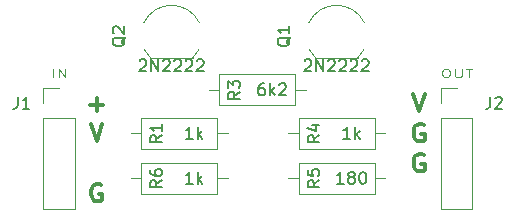
<source format=gto>
G04 #@! TF.FileFunction,Legend,Top*
%FSLAX46Y46*%
G04 Gerber Fmt 4.6, Leading zero omitted, Abs format (unit mm)*
G04 Created by KiCad (PCBNEW 4.0.7) date 01/13/19 00:03:42*
%MOMM*%
%LPD*%
G01*
G04 APERTURE LIST*
%ADD10C,0.100000*%
%ADD11C,0.300000*%
%ADD12C,0.120000*%
%ADD13C,0.150000*%
G04 APERTURE END LIST*
D10*
X113776191Y-133031667D02*
X113776191Y-132331667D01*
X114252381Y-133031667D02*
X114252381Y-132331667D01*
X114823810Y-133031667D01*
X114823810Y-132331667D01*
X146955000Y-132331667D02*
X147145477Y-132331667D01*
X147240715Y-132365000D01*
X147335953Y-132431667D01*
X147383572Y-132565000D01*
X147383572Y-132798333D01*
X147335953Y-132931667D01*
X147240715Y-132998333D01*
X147145477Y-133031667D01*
X146955000Y-133031667D01*
X146859762Y-132998333D01*
X146764524Y-132931667D01*
X146716905Y-132798333D01*
X146716905Y-132565000D01*
X146764524Y-132431667D01*
X146859762Y-132365000D01*
X146955000Y-132331667D01*
X147812143Y-132331667D02*
X147812143Y-132898333D01*
X147859762Y-132965000D01*
X147907381Y-132998333D01*
X148002619Y-133031667D01*
X148193096Y-133031667D01*
X148288334Y-132998333D01*
X148335953Y-132965000D01*
X148383572Y-132898333D01*
X148383572Y-132331667D01*
X148716905Y-132331667D02*
X149288334Y-132331667D01*
X149002619Y-133031667D02*
X149002619Y-132331667D01*
D11*
X116903572Y-135362143D02*
X118046429Y-135362143D01*
X117475000Y-135933571D02*
X117475000Y-134790714D01*
X117867857Y-142125000D02*
X117725000Y-142053571D01*
X117510714Y-142053571D01*
X117296429Y-142125000D01*
X117153571Y-142267857D01*
X117082143Y-142410714D01*
X117010714Y-142696429D01*
X117010714Y-142910714D01*
X117082143Y-143196429D01*
X117153571Y-143339286D01*
X117296429Y-143482143D01*
X117510714Y-143553571D01*
X117653571Y-143553571D01*
X117867857Y-143482143D01*
X117939286Y-143410714D01*
X117939286Y-142910714D01*
X117653571Y-142910714D01*
X116975000Y-136973571D02*
X117475000Y-138473571D01*
X117975000Y-136973571D01*
X145172857Y-139585000D02*
X145030000Y-139513571D01*
X144815714Y-139513571D01*
X144601429Y-139585000D01*
X144458571Y-139727857D01*
X144387143Y-139870714D01*
X144315714Y-140156429D01*
X144315714Y-140370714D01*
X144387143Y-140656429D01*
X144458571Y-140799286D01*
X144601429Y-140942143D01*
X144815714Y-141013571D01*
X144958571Y-141013571D01*
X145172857Y-140942143D01*
X145244286Y-140870714D01*
X145244286Y-140370714D01*
X144958571Y-140370714D01*
X145172857Y-137045000D02*
X145030000Y-136973571D01*
X144815714Y-136973571D01*
X144601429Y-137045000D01*
X144458571Y-137187857D01*
X144387143Y-137330714D01*
X144315714Y-137616429D01*
X144315714Y-137830714D01*
X144387143Y-138116429D01*
X144458571Y-138259286D01*
X144601429Y-138402143D01*
X144815714Y-138473571D01*
X144958571Y-138473571D01*
X145172857Y-138402143D01*
X145244286Y-138330714D01*
X145244286Y-137830714D01*
X144958571Y-137830714D01*
X144280000Y-134433571D02*
X144780000Y-135933571D01*
X145280000Y-134433571D01*
D12*
X112970000Y-144205000D02*
X115630000Y-144205000D01*
X112970000Y-136525000D02*
X112970000Y-144205000D01*
X115630000Y-136525000D02*
X115630000Y-144205000D01*
X112970000Y-136525000D02*
X115630000Y-136525000D01*
X112970000Y-135255000D02*
X112970000Y-133925000D01*
X112970000Y-133925000D02*
X114300000Y-133925000D01*
X146625000Y-144205000D02*
X149285000Y-144205000D01*
X146625000Y-136525000D02*
X146625000Y-144205000D01*
X149285000Y-136525000D02*
X149285000Y-144205000D01*
X146625000Y-136525000D02*
X149285000Y-136525000D01*
X146625000Y-135255000D02*
X146625000Y-133925000D01*
X146625000Y-133925000D02*
X147955000Y-133925000D01*
X135995000Y-131390000D02*
X139595000Y-131390000D01*
X135470816Y-130662795D02*
G75*
G03X135995000Y-131390000I2324184J1122795D01*
G01*
X135438600Y-128441193D02*
G75*
G02X137795000Y-126940000I2356400J-1098807D01*
G01*
X140151400Y-128441193D02*
G75*
G03X137795000Y-126940000I-2356400J-1098807D01*
G01*
X140119184Y-130662795D02*
G75*
G02X139595000Y-131390000I-2324184J1122795D01*
G01*
X122025000Y-131390000D02*
X125625000Y-131390000D01*
X121500816Y-130662795D02*
G75*
G03X122025000Y-131390000I2324184J1122795D01*
G01*
X121468600Y-128441193D02*
G75*
G02X123825000Y-126940000I2356400J-1098807D01*
G01*
X126181400Y-128441193D02*
G75*
G03X123825000Y-126940000I-2356400J-1098807D01*
G01*
X126149184Y-130662795D02*
G75*
G02X125625000Y-131390000I-2324184J1122795D01*
G01*
X127670000Y-139105000D02*
X127670000Y-136485000D01*
X127670000Y-136485000D02*
X121250000Y-136485000D01*
X121250000Y-136485000D02*
X121250000Y-139105000D01*
X121250000Y-139105000D02*
X127670000Y-139105000D01*
X128560000Y-137795000D02*
X127670000Y-137795000D01*
X120360000Y-137795000D02*
X121250000Y-137795000D01*
X134274000Y-135422000D02*
X134274000Y-132802000D01*
X134274000Y-132802000D02*
X127854000Y-132802000D01*
X127854000Y-132802000D02*
X127854000Y-135422000D01*
X127854000Y-135422000D02*
X134274000Y-135422000D01*
X135164000Y-134112000D02*
X134274000Y-134112000D01*
X126964000Y-134112000D02*
X127854000Y-134112000D01*
X141005000Y-139105000D02*
X141005000Y-136485000D01*
X141005000Y-136485000D02*
X134585000Y-136485000D01*
X134585000Y-136485000D02*
X134585000Y-139105000D01*
X134585000Y-139105000D02*
X141005000Y-139105000D01*
X141895000Y-137795000D02*
X141005000Y-137795000D01*
X133695000Y-137795000D02*
X134585000Y-137795000D01*
X141005000Y-142915000D02*
X141005000Y-140295000D01*
X141005000Y-140295000D02*
X134585000Y-140295000D01*
X134585000Y-140295000D02*
X134585000Y-142915000D01*
X134585000Y-142915000D02*
X141005000Y-142915000D01*
X141895000Y-141605000D02*
X141005000Y-141605000D01*
X133695000Y-141605000D02*
X134585000Y-141605000D01*
X127670000Y-142915000D02*
X127670000Y-140295000D01*
X127670000Y-140295000D02*
X121250000Y-140295000D01*
X121250000Y-140295000D02*
X121250000Y-142915000D01*
X121250000Y-142915000D02*
X127670000Y-142915000D01*
X128560000Y-141605000D02*
X127670000Y-141605000D01*
X120360000Y-141605000D02*
X121250000Y-141605000D01*
D13*
X110791667Y-134707381D02*
X110791667Y-135421667D01*
X110744047Y-135564524D01*
X110648809Y-135659762D01*
X110505952Y-135707381D01*
X110410714Y-135707381D01*
X111791667Y-135707381D02*
X111220238Y-135707381D01*
X111505952Y-135707381D02*
X111505952Y-134707381D01*
X111410714Y-134850238D01*
X111315476Y-134945476D01*
X111220238Y-134993095D01*
X150796667Y-134707381D02*
X150796667Y-135421667D01*
X150749047Y-135564524D01*
X150653809Y-135659762D01*
X150510952Y-135707381D01*
X150415714Y-135707381D01*
X151225238Y-134802619D02*
X151272857Y-134755000D01*
X151368095Y-134707381D01*
X151606191Y-134707381D01*
X151701429Y-134755000D01*
X151749048Y-134802619D01*
X151796667Y-134897857D01*
X151796667Y-134993095D01*
X151749048Y-135135952D01*
X151177619Y-135707381D01*
X151796667Y-135707381D01*
X133897619Y-129635238D02*
X133850000Y-129730476D01*
X133754762Y-129825714D01*
X133611905Y-129968571D01*
X133564286Y-130063810D01*
X133564286Y-130159048D01*
X133802381Y-130111429D02*
X133754762Y-130206667D01*
X133659524Y-130301905D01*
X133469048Y-130349524D01*
X133135714Y-130349524D01*
X132945238Y-130301905D01*
X132850000Y-130206667D01*
X132802381Y-130111429D01*
X132802381Y-129920952D01*
X132850000Y-129825714D01*
X132945238Y-129730476D01*
X133135714Y-129682857D01*
X133469048Y-129682857D01*
X133659524Y-129730476D01*
X133754762Y-129825714D01*
X133802381Y-129920952D01*
X133802381Y-130111429D01*
X133802381Y-128730476D02*
X133802381Y-129301905D01*
X133802381Y-129016191D02*
X132802381Y-129016191D01*
X132945238Y-129111429D01*
X133040476Y-129206667D01*
X133088095Y-129301905D01*
X135080714Y-131627619D02*
X135128333Y-131580000D01*
X135223571Y-131532381D01*
X135461667Y-131532381D01*
X135556905Y-131580000D01*
X135604524Y-131627619D01*
X135652143Y-131722857D01*
X135652143Y-131818095D01*
X135604524Y-131960952D01*
X135033095Y-132532381D01*
X135652143Y-132532381D01*
X136080714Y-132532381D02*
X136080714Y-131532381D01*
X136652143Y-132532381D01*
X136652143Y-131532381D01*
X137080714Y-131627619D02*
X137128333Y-131580000D01*
X137223571Y-131532381D01*
X137461667Y-131532381D01*
X137556905Y-131580000D01*
X137604524Y-131627619D01*
X137652143Y-131722857D01*
X137652143Y-131818095D01*
X137604524Y-131960952D01*
X137033095Y-132532381D01*
X137652143Y-132532381D01*
X138033095Y-131627619D02*
X138080714Y-131580000D01*
X138175952Y-131532381D01*
X138414048Y-131532381D01*
X138509286Y-131580000D01*
X138556905Y-131627619D01*
X138604524Y-131722857D01*
X138604524Y-131818095D01*
X138556905Y-131960952D01*
X137985476Y-132532381D01*
X138604524Y-132532381D01*
X138985476Y-131627619D02*
X139033095Y-131580000D01*
X139128333Y-131532381D01*
X139366429Y-131532381D01*
X139461667Y-131580000D01*
X139509286Y-131627619D01*
X139556905Y-131722857D01*
X139556905Y-131818095D01*
X139509286Y-131960952D01*
X138937857Y-132532381D01*
X139556905Y-132532381D01*
X139937857Y-131627619D02*
X139985476Y-131580000D01*
X140080714Y-131532381D01*
X140318810Y-131532381D01*
X140414048Y-131580000D01*
X140461667Y-131627619D01*
X140509286Y-131722857D01*
X140509286Y-131818095D01*
X140461667Y-131960952D01*
X139890238Y-132532381D01*
X140509286Y-132532381D01*
X119927619Y-129635238D02*
X119880000Y-129730476D01*
X119784762Y-129825714D01*
X119641905Y-129968571D01*
X119594286Y-130063810D01*
X119594286Y-130159048D01*
X119832381Y-130111429D02*
X119784762Y-130206667D01*
X119689524Y-130301905D01*
X119499048Y-130349524D01*
X119165714Y-130349524D01*
X118975238Y-130301905D01*
X118880000Y-130206667D01*
X118832381Y-130111429D01*
X118832381Y-129920952D01*
X118880000Y-129825714D01*
X118975238Y-129730476D01*
X119165714Y-129682857D01*
X119499048Y-129682857D01*
X119689524Y-129730476D01*
X119784762Y-129825714D01*
X119832381Y-129920952D01*
X119832381Y-130111429D01*
X118927619Y-129301905D02*
X118880000Y-129254286D01*
X118832381Y-129159048D01*
X118832381Y-128920952D01*
X118880000Y-128825714D01*
X118927619Y-128778095D01*
X119022857Y-128730476D01*
X119118095Y-128730476D01*
X119260952Y-128778095D01*
X119832381Y-129349524D01*
X119832381Y-128730476D01*
X121110714Y-131627619D02*
X121158333Y-131580000D01*
X121253571Y-131532381D01*
X121491667Y-131532381D01*
X121586905Y-131580000D01*
X121634524Y-131627619D01*
X121682143Y-131722857D01*
X121682143Y-131818095D01*
X121634524Y-131960952D01*
X121063095Y-132532381D01*
X121682143Y-132532381D01*
X122110714Y-132532381D02*
X122110714Y-131532381D01*
X122682143Y-132532381D01*
X122682143Y-131532381D01*
X123110714Y-131627619D02*
X123158333Y-131580000D01*
X123253571Y-131532381D01*
X123491667Y-131532381D01*
X123586905Y-131580000D01*
X123634524Y-131627619D01*
X123682143Y-131722857D01*
X123682143Y-131818095D01*
X123634524Y-131960952D01*
X123063095Y-132532381D01*
X123682143Y-132532381D01*
X124063095Y-131627619D02*
X124110714Y-131580000D01*
X124205952Y-131532381D01*
X124444048Y-131532381D01*
X124539286Y-131580000D01*
X124586905Y-131627619D01*
X124634524Y-131722857D01*
X124634524Y-131818095D01*
X124586905Y-131960952D01*
X124015476Y-132532381D01*
X124634524Y-132532381D01*
X125015476Y-131627619D02*
X125063095Y-131580000D01*
X125158333Y-131532381D01*
X125396429Y-131532381D01*
X125491667Y-131580000D01*
X125539286Y-131627619D01*
X125586905Y-131722857D01*
X125586905Y-131818095D01*
X125539286Y-131960952D01*
X124967857Y-132532381D01*
X125586905Y-132532381D01*
X125967857Y-131627619D02*
X126015476Y-131580000D01*
X126110714Y-131532381D01*
X126348810Y-131532381D01*
X126444048Y-131580000D01*
X126491667Y-131627619D01*
X126539286Y-131722857D01*
X126539286Y-131818095D01*
X126491667Y-131960952D01*
X125920238Y-132532381D01*
X126539286Y-132532381D01*
X123007381Y-137961666D02*
X122531190Y-138295000D01*
X123007381Y-138533095D02*
X122007381Y-138533095D01*
X122007381Y-138152142D01*
X122055000Y-138056904D01*
X122102619Y-138009285D01*
X122197857Y-137961666D01*
X122340714Y-137961666D01*
X122435952Y-138009285D01*
X122483571Y-138056904D01*
X122531190Y-138152142D01*
X122531190Y-138533095D01*
X123007381Y-137009285D02*
X123007381Y-137580714D01*
X123007381Y-137295000D02*
X122007381Y-137295000D01*
X122150238Y-137390238D01*
X122245476Y-137485476D01*
X122293095Y-137580714D01*
X125610953Y-138247381D02*
X125039524Y-138247381D01*
X125325238Y-138247381D02*
X125325238Y-137247381D01*
X125230000Y-137390238D01*
X125134762Y-137485476D01*
X125039524Y-137533095D01*
X126039524Y-138247381D02*
X126039524Y-137247381D01*
X126134762Y-137866429D02*
X126420477Y-138247381D01*
X126420477Y-137580714D02*
X126039524Y-137961667D01*
X129611381Y-134278666D02*
X129135190Y-134612000D01*
X129611381Y-134850095D02*
X128611381Y-134850095D01*
X128611381Y-134469142D01*
X128659000Y-134373904D01*
X128706619Y-134326285D01*
X128801857Y-134278666D01*
X128944714Y-134278666D01*
X129039952Y-134326285D01*
X129087571Y-134373904D01*
X129135190Y-134469142D01*
X129135190Y-134850095D01*
X128611381Y-133945333D02*
X128611381Y-133326285D01*
X128992333Y-133659619D01*
X128992333Y-133516761D01*
X129039952Y-133421523D01*
X129087571Y-133373904D01*
X129182810Y-133326285D01*
X129420905Y-133326285D01*
X129516143Y-133373904D01*
X129563762Y-133421523D01*
X129611381Y-133516761D01*
X129611381Y-133802476D01*
X129563762Y-133897714D01*
X129516143Y-133945333D01*
X131643524Y-133564381D02*
X131453047Y-133564381D01*
X131357809Y-133612000D01*
X131310190Y-133659619D01*
X131214952Y-133802476D01*
X131167333Y-133992952D01*
X131167333Y-134373905D01*
X131214952Y-134469143D01*
X131262571Y-134516762D01*
X131357809Y-134564381D01*
X131548286Y-134564381D01*
X131643524Y-134516762D01*
X131691143Y-134469143D01*
X131738762Y-134373905D01*
X131738762Y-134135810D01*
X131691143Y-134040571D01*
X131643524Y-133992952D01*
X131548286Y-133945333D01*
X131357809Y-133945333D01*
X131262571Y-133992952D01*
X131214952Y-134040571D01*
X131167333Y-134135810D01*
X132167333Y-134564381D02*
X132167333Y-133564381D01*
X132262571Y-134183429D02*
X132548286Y-134564381D01*
X132548286Y-133897714D02*
X132167333Y-134278667D01*
X132929238Y-133659619D02*
X132976857Y-133612000D01*
X133072095Y-133564381D01*
X133310191Y-133564381D01*
X133405429Y-133612000D01*
X133453048Y-133659619D01*
X133500667Y-133754857D01*
X133500667Y-133850095D01*
X133453048Y-133992952D01*
X132881619Y-134564381D01*
X133500667Y-134564381D01*
X136342381Y-137961666D02*
X135866190Y-138295000D01*
X136342381Y-138533095D02*
X135342381Y-138533095D01*
X135342381Y-138152142D01*
X135390000Y-138056904D01*
X135437619Y-138009285D01*
X135532857Y-137961666D01*
X135675714Y-137961666D01*
X135770952Y-138009285D01*
X135818571Y-138056904D01*
X135866190Y-138152142D01*
X135866190Y-138533095D01*
X135675714Y-137104523D02*
X136342381Y-137104523D01*
X135294762Y-137342619D02*
X136009048Y-137580714D01*
X136009048Y-136961666D01*
X138945953Y-138247381D02*
X138374524Y-138247381D01*
X138660238Y-138247381D02*
X138660238Y-137247381D01*
X138565000Y-137390238D01*
X138469762Y-137485476D01*
X138374524Y-137533095D01*
X139374524Y-138247381D02*
X139374524Y-137247381D01*
X139469762Y-137866429D02*
X139755477Y-138247381D01*
X139755477Y-137580714D02*
X139374524Y-137961667D01*
X136342381Y-141771666D02*
X135866190Y-142105000D01*
X136342381Y-142343095D02*
X135342381Y-142343095D01*
X135342381Y-141962142D01*
X135390000Y-141866904D01*
X135437619Y-141819285D01*
X135532857Y-141771666D01*
X135675714Y-141771666D01*
X135770952Y-141819285D01*
X135818571Y-141866904D01*
X135866190Y-141962142D01*
X135866190Y-142343095D01*
X135342381Y-140866904D02*
X135342381Y-141343095D01*
X135818571Y-141390714D01*
X135770952Y-141343095D01*
X135723333Y-141247857D01*
X135723333Y-141009761D01*
X135770952Y-140914523D01*
X135818571Y-140866904D01*
X135913810Y-140819285D01*
X136151905Y-140819285D01*
X136247143Y-140866904D01*
X136294762Y-140914523D01*
X136342381Y-141009761D01*
X136342381Y-141247857D01*
X136294762Y-141343095D01*
X136247143Y-141390714D01*
X138398334Y-142057381D02*
X137826905Y-142057381D01*
X138112619Y-142057381D02*
X138112619Y-141057381D01*
X138017381Y-141200238D01*
X137922143Y-141295476D01*
X137826905Y-141343095D01*
X138969762Y-141485952D02*
X138874524Y-141438333D01*
X138826905Y-141390714D01*
X138779286Y-141295476D01*
X138779286Y-141247857D01*
X138826905Y-141152619D01*
X138874524Y-141105000D01*
X138969762Y-141057381D01*
X139160239Y-141057381D01*
X139255477Y-141105000D01*
X139303096Y-141152619D01*
X139350715Y-141247857D01*
X139350715Y-141295476D01*
X139303096Y-141390714D01*
X139255477Y-141438333D01*
X139160239Y-141485952D01*
X138969762Y-141485952D01*
X138874524Y-141533571D01*
X138826905Y-141581190D01*
X138779286Y-141676429D01*
X138779286Y-141866905D01*
X138826905Y-141962143D01*
X138874524Y-142009762D01*
X138969762Y-142057381D01*
X139160239Y-142057381D01*
X139255477Y-142009762D01*
X139303096Y-141962143D01*
X139350715Y-141866905D01*
X139350715Y-141676429D01*
X139303096Y-141581190D01*
X139255477Y-141533571D01*
X139160239Y-141485952D01*
X139969762Y-141057381D02*
X140065001Y-141057381D01*
X140160239Y-141105000D01*
X140207858Y-141152619D01*
X140255477Y-141247857D01*
X140303096Y-141438333D01*
X140303096Y-141676429D01*
X140255477Y-141866905D01*
X140207858Y-141962143D01*
X140160239Y-142009762D01*
X140065001Y-142057381D01*
X139969762Y-142057381D01*
X139874524Y-142009762D01*
X139826905Y-141962143D01*
X139779286Y-141866905D01*
X139731667Y-141676429D01*
X139731667Y-141438333D01*
X139779286Y-141247857D01*
X139826905Y-141152619D01*
X139874524Y-141105000D01*
X139969762Y-141057381D01*
X123007381Y-141771666D02*
X122531190Y-142105000D01*
X123007381Y-142343095D02*
X122007381Y-142343095D01*
X122007381Y-141962142D01*
X122055000Y-141866904D01*
X122102619Y-141819285D01*
X122197857Y-141771666D01*
X122340714Y-141771666D01*
X122435952Y-141819285D01*
X122483571Y-141866904D01*
X122531190Y-141962142D01*
X122531190Y-142343095D01*
X122007381Y-140914523D02*
X122007381Y-141105000D01*
X122055000Y-141200238D01*
X122102619Y-141247857D01*
X122245476Y-141343095D01*
X122435952Y-141390714D01*
X122816905Y-141390714D01*
X122912143Y-141343095D01*
X122959762Y-141295476D01*
X123007381Y-141200238D01*
X123007381Y-141009761D01*
X122959762Y-140914523D01*
X122912143Y-140866904D01*
X122816905Y-140819285D01*
X122578810Y-140819285D01*
X122483571Y-140866904D01*
X122435952Y-140914523D01*
X122388333Y-141009761D01*
X122388333Y-141200238D01*
X122435952Y-141295476D01*
X122483571Y-141343095D01*
X122578810Y-141390714D01*
X125610953Y-142057381D02*
X125039524Y-142057381D01*
X125325238Y-142057381D02*
X125325238Y-141057381D01*
X125230000Y-141200238D01*
X125134762Y-141295476D01*
X125039524Y-141343095D01*
X126039524Y-142057381D02*
X126039524Y-141057381D01*
X126134762Y-141676429D02*
X126420477Y-142057381D01*
X126420477Y-141390714D02*
X126039524Y-141771667D01*
M02*

</source>
